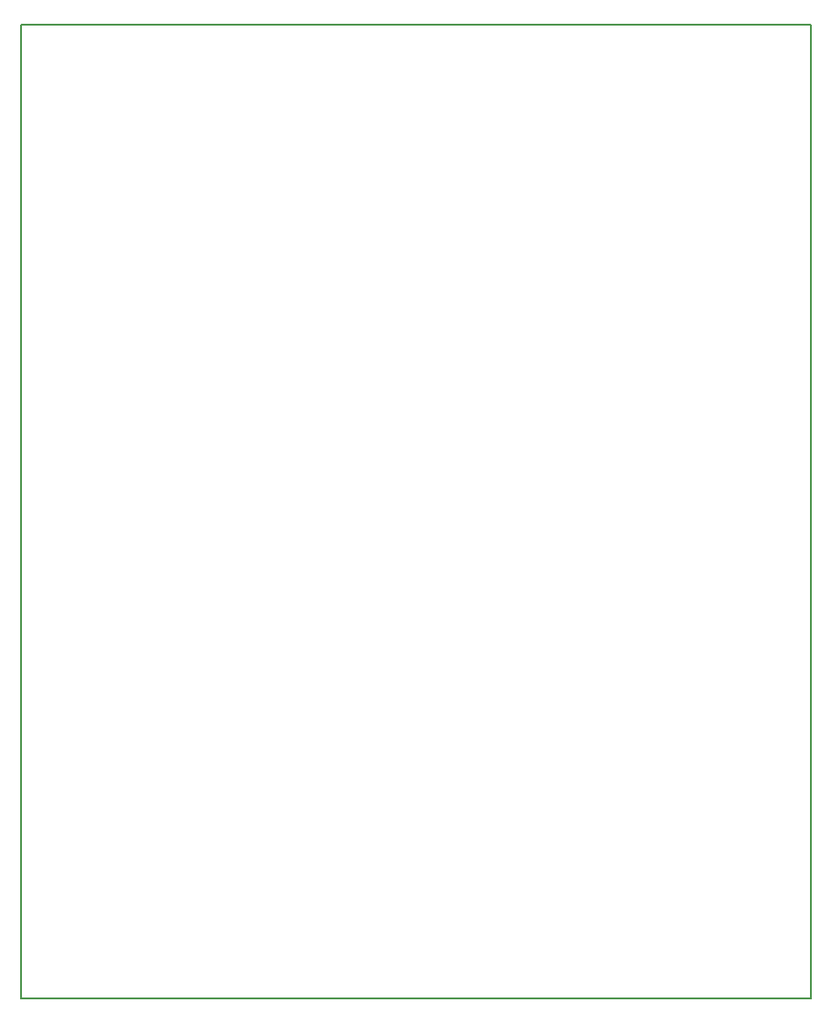
<source format=gbr>
G04 #@! TF.FileFunction,Profile,NP*
%FSLAX46Y46*%
G04 Gerber Fmt 4.6, Leading zero omitted, Abs format (unit mm)*
G04 Created by KiCad (PCBNEW 4.0.2+dfsg1-stable) date Pi  3. máj 2019, 19:30:47 CEST*
%MOMM*%
G01*
G04 APERTURE LIST*
%ADD10C,0.100000*%
%ADD11C,0.150000*%
G04 APERTURE END LIST*
D10*
D11*
X189611000Y-52070000D02*
X116459000Y-52070000D01*
X189611000Y-142240000D02*
X189611000Y-52070000D01*
X189611000Y-142240000D02*
X116459000Y-142240000D01*
X116459000Y-52070000D02*
X116459000Y-142240000D01*
M02*

</source>
